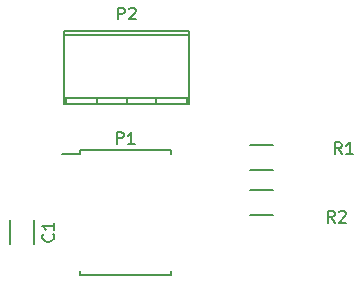
<source format=gbr>
G04 #@! TF.FileFunction,Legend,Top*
%FSLAX46Y46*%
G04 Gerber Fmt 4.6, Leading zero omitted, Abs format (unit mm)*
G04 Created by KiCad (PCBNEW 4.0.0-rc1-stable) date 18/11/2015 10:48:08*
%MOMM*%
G01*
G04 APERTURE LIST*
%ADD10C,0.100000*%
%ADD11C,0.150000*%
G04 APERTURE END LIST*
D10*
D11*
X140725000Y-107680000D02*
X140725000Y-105680000D01*
X138675000Y-105680000D02*
X138675000Y-107680000D01*
X144626100Y-99678600D02*
X144626100Y-100033600D01*
X152376100Y-99678600D02*
X152376100Y-100033600D01*
X152376100Y-110328600D02*
X152376100Y-109973600D01*
X144626100Y-110328600D02*
X144626100Y-109973600D01*
X144626100Y-99678600D02*
X152376100Y-99678600D01*
X144626100Y-110328600D02*
X152376100Y-110328600D01*
X144626100Y-100033600D02*
X143101100Y-100033600D01*
X153890980Y-89611200D02*
X143289020Y-89611200D01*
X143289020Y-90009980D02*
X153890980Y-90009980D01*
X143289020Y-95310960D02*
X153890980Y-95310960D01*
X153890980Y-95808800D02*
X143289020Y-95808800D01*
X151086820Y-95310960D02*
X151086820Y-95808800D01*
X148590000Y-95310960D02*
X148590000Y-95808800D01*
X143492220Y-95808800D02*
X143492220Y-95310960D01*
X153690320Y-95310960D02*
X153690320Y-95808800D01*
X146093180Y-95808800D02*
X146093180Y-95310960D01*
X153888440Y-95808800D02*
X153888440Y-89611200D01*
X143294100Y-89611200D02*
X143294100Y-95808800D01*
X161020000Y-101405000D02*
X159020000Y-101405000D01*
X159020000Y-99255000D02*
X161020000Y-99255000D01*
X161020000Y-105215000D02*
X159020000Y-105215000D01*
X159020000Y-103065000D02*
X161020000Y-103065000D01*
X142357143Y-106846666D02*
X142404762Y-106894285D01*
X142452381Y-107037142D01*
X142452381Y-107132380D01*
X142404762Y-107275238D01*
X142309524Y-107370476D01*
X142214286Y-107418095D01*
X142023810Y-107465714D01*
X141880952Y-107465714D01*
X141690476Y-107418095D01*
X141595238Y-107370476D01*
X141500000Y-107275238D01*
X141452381Y-107132380D01*
X141452381Y-107037142D01*
X141500000Y-106894285D01*
X141547619Y-106846666D01*
X142452381Y-105894285D02*
X142452381Y-106465714D01*
X142452381Y-106180000D02*
X141452381Y-106180000D01*
X141595238Y-106275238D01*
X141690476Y-106370476D01*
X141738095Y-106465714D01*
X147763005Y-99205981D02*
X147763005Y-98205981D01*
X148143958Y-98205981D01*
X148239196Y-98253600D01*
X148286815Y-98301219D01*
X148334434Y-98396457D01*
X148334434Y-98539314D01*
X148286815Y-98634552D01*
X148239196Y-98682171D01*
X148143958Y-98729790D01*
X147763005Y-98729790D01*
X149286815Y-99205981D02*
X148715386Y-99205981D01*
X149001100Y-99205981D02*
X149001100Y-98205981D01*
X148905862Y-98348838D01*
X148810624Y-98444076D01*
X148715386Y-98491695D01*
X147851905Y-88661501D02*
X147851905Y-87661501D01*
X148232858Y-87661501D01*
X148328096Y-87709120D01*
X148375715Y-87756739D01*
X148423334Y-87851977D01*
X148423334Y-87994834D01*
X148375715Y-88090072D01*
X148328096Y-88137691D01*
X148232858Y-88185310D01*
X147851905Y-88185310D01*
X148804286Y-87756739D02*
X148851905Y-87709120D01*
X148947143Y-87661501D01*
X149185239Y-87661501D01*
X149280477Y-87709120D01*
X149328096Y-87756739D01*
X149375715Y-87851977D01*
X149375715Y-87947215D01*
X149328096Y-88090072D01*
X148756667Y-88661501D01*
X149375715Y-88661501D01*
X166802774Y-100058481D02*
X166469440Y-99582290D01*
X166231345Y-100058481D02*
X166231345Y-99058481D01*
X166612298Y-99058481D01*
X166707536Y-99106100D01*
X166755155Y-99153719D01*
X166802774Y-99248957D01*
X166802774Y-99391814D01*
X166755155Y-99487052D01*
X166707536Y-99534671D01*
X166612298Y-99582290D01*
X166231345Y-99582290D01*
X167755155Y-100058481D02*
X167183726Y-100058481D01*
X167469440Y-100058481D02*
X167469440Y-99058481D01*
X167374202Y-99201338D01*
X167278964Y-99296576D01*
X167183726Y-99344195D01*
X166203334Y-105862381D02*
X165870000Y-105386190D01*
X165631905Y-105862381D02*
X165631905Y-104862381D01*
X166012858Y-104862381D01*
X166108096Y-104910000D01*
X166155715Y-104957619D01*
X166203334Y-105052857D01*
X166203334Y-105195714D01*
X166155715Y-105290952D01*
X166108096Y-105338571D01*
X166012858Y-105386190D01*
X165631905Y-105386190D01*
X166584286Y-104957619D02*
X166631905Y-104910000D01*
X166727143Y-104862381D01*
X166965239Y-104862381D01*
X167060477Y-104910000D01*
X167108096Y-104957619D01*
X167155715Y-105052857D01*
X167155715Y-105148095D01*
X167108096Y-105290952D01*
X166536667Y-105862381D01*
X167155715Y-105862381D01*
M02*

</source>
